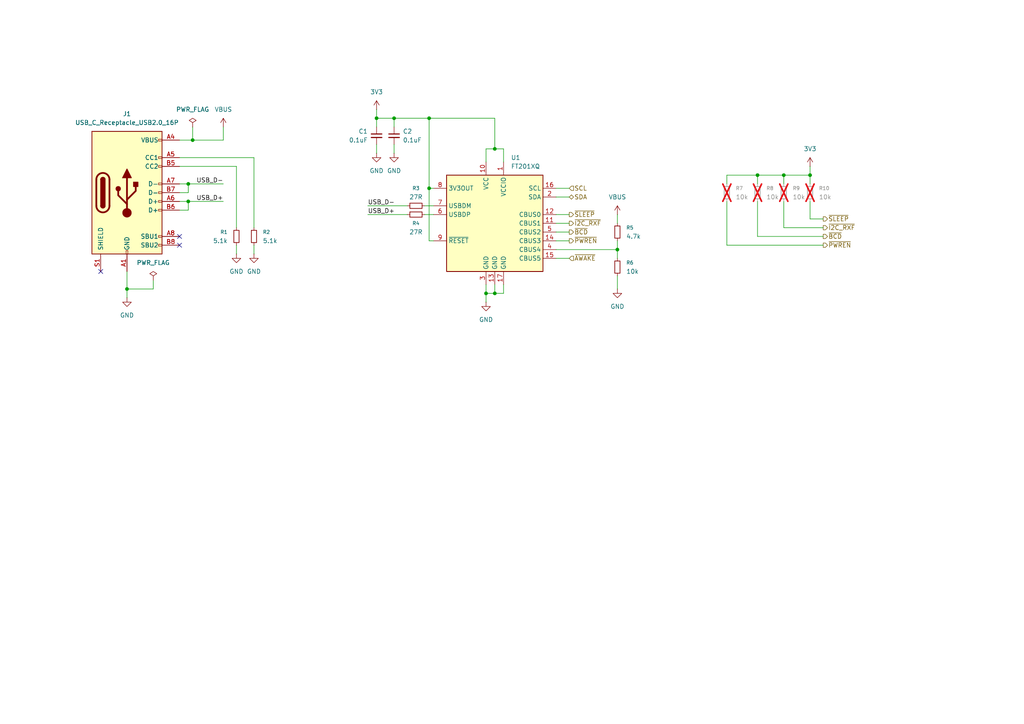
<source format=kicad_sch>
(kicad_sch (version 20250114) (generator "eeschema") (generator_version "9.0")
  (paper "A4")
  (lib_symbols
    (symbol "Connector:USB_C_Receptacle_USB2.0_16P" (pin_names (offset 1.016))
      (property "Reference" "J" (at 0 22.225 0))
      (property "Value" "USB_C_Receptacle_USB2.0_16P" (at 0 19.685 0))
      (symbol "USB_C_Receptacle_USB2.0_16P_0_0"
        (rectangle (start -0.254 -17.78) (end 0.254 -16.764))
        (rectangle (start 10.16 15.494) (end 9.144 14.986))
        (rectangle (start 10.16 10.414) (end 9.144 9.906))
        (rectangle (start 10.16 7.874) (end 9.144 7.366))
        (rectangle (start 10.16 2.794) (end 9.144 2.286))
        (rectangle (start 10.16 0.254) (end 9.144 -0.254))
        (rectangle (start 10.16 -2.286) (end 9.144 -2.794))
        (rectangle (start 10.16 -4.826) (end 9.144 -5.334))
        (rectangle (start 10.16 -12.446) (end 9.144 -12.954))
        (rectangle (start 10.16 -14.986) (end 9.144 -15.494))
      )
      (symbol "USB_C_Receptacle_USB2.0_16P_0_1"
        (rectangle (start -10.16 17.78) (end 10.16 -17.78) (stroke (width 0.254)) (fill (type background)))
        (polyline (pts (xy -8.89 -3.81) (xy -8.89 3.81)) (stroke (width 0.508)))
        (rectangle (start -7.62 -3.81) (end -6.35 3.81) (stroke (width 0.254)) (fill (type outline)))
        (arc (start -7.62 3.81) (mid -6.985 4.4423) (end -6.35 3.81) (stroke (width 0.254)))
        (arc (start -7.62 3.81) (mid -6.985 4.4423) (end -6.35 3.81) (stroke (width 0.254)) (fill (type outline)))
        (arc (start -8.89 3.81) (mid -6.985 5.7067) (end -5.08 3.81) (stroke (width 0.508)))
        (arc (start -5.08 -3.81) (mid -6.985 -5.7067) (end -8.89 -3.81) (stroke (width 0.508)))
        (arc (start -6.35 -3.81) (mid -6.985 -4.4423) (end -7.62 -3.81) (stroke (width 0.254)))
        (arc (start -6.35 -3.81) (mid -6.985 -4.4423) (end -7.62 -3.81) (stroke (width 0.254)) (fill (type outline)))
        (polyline (pts (xy -5.08 3.81) (xy -5.08 -3.81)) (stroke (width 0.508)))
        (circle (center -2.54 1.143) (radius 0.635) (stroke (width 0.254)) (fill (type outline)))
        (polyline (pts (xy -1.27 4.318) (xy 0 6.858) (xy 1.27 4.318) (xy -1.27 4.318)) (stroke (width 0.254)) (fill (type outline)))
        (polyline (pts (xy 0 -2.032) (xy 2.54 0.508) (xy 2.54 1.778)) (stroke (width 0.508)))
        (polyline (pts (xy 0 -3.302) (xy -2.54 -0.762) (xy -2.54 0.508)) (stroke (width 0.508)))
        (polyline (pts (xy 0 -5.842) (xy 0 4.318)) (stroke (width 0.508)))
        (circle (center 0 -5.842) (radius 1.27) (fill (type outline)))
        (rectangle (start 1.905 1.778) (end 3.175 3.048) (stroke (width 0.254)) (fill (type outline)))
      )
      (symbol "USB_C_Receptacle_USB2.0_16P_1_1"
        (pin passive line (at -7.62 -22.86 90) (length 5.08) (name "SHIELD") (number "S1"))
        (pin passive line (at 0 -22.86 90) (length 5.08) (name "GND") (number "A1"))
        (pin passive line (at 0 -22.86 90) (length 5.08) (hide yes) (name "GND") (number "A12"))
        (pin passive line (at 0 -22.86 90) (length 5.08) (hide yes) (name "GND") (number "B1"))
        (pin passive line (at 0 -22.86 90) (length 5.08) (hide yes) (name "GND") (number "B12"))
        (pin passive line (at 15.24 15.24 180) (length 5.08) (name "VBUS") (number "A4"))
        (pin passive line (at 15.24 15.24 180) (length 5.08) (hide yes) (name "VBUS") (number "A9"))
        (pin passive line (at 15.24 15.24 180) (length 5.08) (hide yes) (name "VBUS") (number "B4"))
        (pin passive line (at 15.24 15.24 180) (length 5.08) (hide yes) (name "VBUS") (number "B9"))
        (pin bidirectional line (at 15.24 10.16 180) (length 5.08) (name "CC1") (number "A5"))
        (pin bidirectional line (at 15.24 7.62 180) (length 5.08) (name "CC2") (number "B5"))
        (pin bidirectional line (at 15.24 2.54 180) (length 5.08) (name "D-") (number "A7"))
        (pin bidirectional line (at 15.24 0 180) (length 5.08) (name "D-") (number "B7"))
        (pin bidirectional line (at 15.24 -2.54 180) (length 5.08) (name "D+") (number "A6"))
        (pin bidirectional line (at 15.24 -5.08 180) (length 5.08) (name "D+") (number "B6"))
        (pin bidirectional line (at 15.24 -12.7 180) (length 5.08) (name "SBU1") (number "A8"))
        (pin bidirectional line (at 15.24 -15.24 180) (length 5.08) (name "SBU2") (number "B8"))
      )
    )
    (symbol "Device:C_Small" (pin_numbers (hide yes)) (pin_names (offset 0.254) (hide yes))
      (property "Reference" "C" (at 0.254 1.778 0))
      (property "Value" "C_Small" (at 0.254 -2.032 0))
      (symbol "C_Small_0_1"
        (polyline (pts (xy -1.524 0.508) (xy 1.524 0.508)) (stroke (width 0.3048)))
        (polyline (pts (xy -1.524 -0.508) (xy 1.524 -0.508)) (stroke (width 0.3302)))
      )
      (symbol "C_Small_1_1"
        (pin passive line (at 0 2.54 270) (length 2.032) (name "~") (number "1"))
        (pin passive line (at 0 -2.54 90) (length 2.032) (name "~") (number "2"))
      )
    )
    (symbol "Device:R_Small" (pin_numbers (hide yes)) (pin_names (offset 0.254) (hide yes))
      (property "Reference" "R" (at 0 0 90))
      (property "Value" "R_Small" (at 1.778 0 90))
      (symbol "R_Small_0_1"
        (rectangle (start -0.762 1.778) (end 0.762 -1.778) (stroke (width 0.2032)))
      )
      (symbol "R_Small_1_1"
        (pin passive line (at 0 2.54 270) (length 0.762) (name "~") (number "1"))
        (pin passive line (at 0 -2.54 90) (length 0.762) (name "~") (number "2"))
      )
    )
    (symbol "Interface_USB:FT201XQ"
      (property "Reference" "U5" (at 4.6833 19.05 0))
      (property "Value" "FT201XQ" (at 4.6833 16.51 0))
      (symbol "FT201XQ_0_1"
        (rectangle (start -13.97 13.97) (end 13.97 -13.97) (stroke (width 0.254)) (fill (type background)))
      )
      (symbol "FT201XQ_1_1"
        (pin power_in line (at -17.78 10.16 0) (length 3.81) (name "3V3OUT") (number "8"))
        (pin bidirectional line (at -17.78 5.08 0) (length 3.81) (name "USBDM") (number "7"))
        (pin bidirectional line (at -17.78 2.54 0) (length 3.81) (name "USBDP") (number "6"))
        (pin input line (at -17.78 -5.08 0) (length 3.81) (name "~{RESET}") (number "9"))
        (pin power_in line (at -2.54 17.78 270) (length 3.81) (name "VCC") (number "10"))
        (pin power_in line (at -2.54 -17.78 90) (length 3.81) (name "GND") (number "3"))
        (pin power_in line (at 0 -17.78 90) (length 3.81) (name "GND") (number "13"))
        (pin power_in line (at 2.54 17.78 270) (length 3.81) (name "VCCIO") (number "1"))
        (pin power_in line (at 2.54 -17.78 90) (length 3.81) (name "GND") (number "17"))
        (pin input line (at 17.78 10.16 180) (length 3.81) (name "SCL") (number "16"))
        (pin bidirectional line (at 17.78 7.62 180) (length 3.81) (name "SDA") (number "2"))
        (pin bidirectional line (at 17.78 2.54 180) (length 3.81) (name "CBUS0") (number "12"))
        (pin bidirectional line (at 17.78 0 180) (length 3.81) (name "CBUS1") (number "11"))
        (pin bidirectional line (at 17.78 -2.54 180) (length 3.81) (name "CBUS2") (number "5"))
        (pin bidirectional line (at 17.78 -5.08 180) (length 3.81) (name "CBUS3") (number "14"))
        (pin bidirectional line (at 17.78 -7.62 180) (length 3.81) (name "CBUS4") (number "4"))
        (pin bidirectional line (at 17.78 -10.16 180) (length 3.81) (name "CBUS5") (number "15"))
      )
    )
    (symbol "power:GND" (power) (pin_numbers (hide yes)) (pin_names (offset 0) (hide yes))
      (property "Value" "GND" (at 0 -3.81 0))
      (symbol "GND_0_1"
        (polyline (pts (xy 0 0) (xy 0 -1.27) (xy 1.27 -1.27) (xy 0 -2.54) (xy -1.27 -1.27) (xy 0 -1.27)))
      )
      (symbol "GND_1_1"
        (pin power_in line (at 0 0 270) (length 0) (name "~") (number "1"))
      )
    )
    (symbol "power:PWR_FLAG" (power) (pin_numbers (hide yes)) (pin_names (offset 0) (hide yes))
      (property "Value" "PWR_FLAG" (at 0 3.81 0))
      (symbol "PWR_FLAG_0_0"
        (pin power_out line (at 0 0 90) (length 0) (name "~") (number "1"))
      )
      (symbol "PWR_FLAG_0_1"
        (polyline (pts (xy 0 0) (xy 0 1.27) (xy -1.016 1.905) (xy 0 2.54) (xy 1.016 1.905) (xy 0 1.27)))
      )
    )
    (symbol "power:VBUS" (power) (pin_numbers (hide yes)) (pin_names (offset 0) (hide yes))
      (property "Value" "VBUS" (at 0 3.556 0))
      (symbol "VBUS_0_1"
        (polyline (pts (xy -0.762 1.27) (xy 0 2.54)))
        (polyline (pts (xy 0 2.54) (xy 0.762 1.27)))
        (polyline (pts (xy 0 0) (xy 0 2.54)))
      )
      (symbol "VBUS_1_1"
        (pin power_in line (at 0 0 90) (length 0) (name "~") (number "1"))
      )
    )
  )
  (junction (at 143.51 43.18))
  (junction (at 124.46 34.29))
  (junction (at 227.33 50.8))
  (junction (at 234.95 50.8))
  (junction (at 143.51 85.09))
  (junction (at 36.83 83.82))
  (junction (at 54.61 53.34))
  (junction (at 124.46 54.61))
  (junction (at 54.61 58.42))
  (junction (at 179.07 72.39))
  (junction (at 140.97 85.09))
  (junction (at 109.22 34.29))
  (junction (at 114.3 34.29))
  (junction (at 219.71 50.8))
  (junction (at 55.88 40.64))
  (no_connect (at 52.07 68.58))
  (no_connect (at 52.07 71.12))
  (no_connect (at 29.21 78.74))
  (wire (pts (xy 52.07 40.64) (xy 55.88 40.64)))
  (wire (pts (xy 161.29 74.93) (xy 165.1 74.93)))
  (wire (pts (xy 161.29 72.39) (xy 179.07 72.39)))
  (wire (pts (xy 55.88 40.64) (xy 64.77 40.64)))
  (wire (pts (xy 114.3 34.29) (xy 124.46 34.29)))
  (wire (pts (xy 227.33 58.42) (xy 227.33 66.04)))
  (wire (pts (xy 54.61 60.96) (xy 54.61 58.42)))
  (wire (pts (xy 52.07 53.34) (xy 54.61 53.34)))
  (wire (pts (xy 227.33 53.34) (xy 227.33 50.8)))
  (wire (pts (xy 210.82 53.34) (xy 210.82 50.8)))
  (wire (pts (xy 73.66 66.04) (xy 73.66 45.72)))
  (wire (pts (xy 106.68 59.69) (xy 118.11 59.69)))
  (wire (pts (xy 114.3 34.29) (xy 114.3 36.83)))
  (wire (pts (xy 161.29 64.77) (xy 165.1 64.77)))
  (wire (pts (xy 124.46 34.29) (xy 124.46 54.61)))
  (wire (pts (xy 54.61 58.42) (xy 64.77 58.42)))
  (wire (pts (xy 114.3 41.91) (xy 114.3 44.45)))
  (wire (pts (xy 52.07 58.42) (xy 54.61 58.42)))
  (wire (pts (xy 219.71 50.8) (xy 227.33 50.8)))
  (wire (pts (xy 210.82 50.8) (xy 219.71 50.8)))
  (wire (pts (xy 161.29 69.85) (xy 165.1 69.85)))
  (wire (pts (xy 109.22 31.75) (xy 109.22 34.29)))
  (wire (pts (xy 44.45 81.28) (xy 44.45 83.82)))
  (wire (pts (xy 68.58 48.26) (xy 68.58 66.04)))
  (wire (pts (xy 64.77 36.83) (xy 64.77 40.64)))
  (wire (pts (xy 106.68 62.23) (xy 118.11 62.23)))
  (wire (pts (xy 68.58 48.26) (xy 52.07 48.26)))
  (wire (pts (xy 179.07 69.85) (xy 179.07 72.39)))
  (wire (pts (xy 165.1 57.15) (xy 161.29 57.15)))
  (wire (pts (xy 161.29 67.31) (xy 165.1 67.31)))
  (wire (pts (xy 146.05 46.99) (xy 146.05 43.18)))
  (wire (pts (xy 165.1 54.61) (xy 161.29 54.61)))
  (wire (pts (xy 234.95 48.26) (xy 234.95 50.8)))
  (wire (pts (xy 143.51 85.09) (xy 146.05 85.09)))
  (wire (pts (xy 140.97 85.09) (xy 143.51 85.09)))
  (wire (pts (xy 109.22 41.91) (xy 109.22 44.45)))
  (wire (pts (xy 54.61 53.34) (xy 64.77 53.34)))
  (wire (pts (xy 52.07 55.88) (xy 54.61 55.88)))
  (wire (pts (xy 234.95 63.5) (xy 238.76 63.5)))
  (wire (pts (xy 68.58 71.12) (xy 68.58 73.66)))
  (wire (pts (xy 219.71 53.34) (xy 219.71 50.8)))
  (wire (pts (xy 210.82 71.12) (xy 238.76 71.12)))
  (wire (pts (xy 123.19 59.69) (xy 125.73 59.69)))
  (wire (pts (xy 219.71 58.42) (xy 219.71 68.58)))
  (wire (pts (xy 179.07 80.01) (xy 179.07 83.82)))
  (wire (pts (xy 146.05 82.55) (xy 146.05 85.09)))
  (wire (pts (xy 124.46 34.29) (xy 143.51 34.29)))
  (wire (pts (xy 52.07 60.96) (xy 54.61 60.96)))
  (wire (pts (xy 161.29 62.23) (xy 165.1 62.23)))
  (wire (pts (xy 109.22 34.29) (xy 109.22 36.83)))
  (wire (pts (xy 146.05 43.18) (xy 143.51 43.18)))
  (wire (pts (xy 234.95 58.42) (xy 234.95 63.5)))
  (wire (pts (xy 123.19 62.23) (xy 125.73 62.23)))
  (wire (pts (xy 210.82 58.42) (xy 210.82 71.12)))
  (wire (pts (xy 140.97 43.18) (xy 140.97 46.99)))
  (wire (pts (xy 52.07 45.72) (xy 73.66 45.72)))
  (wire (pts (xy 219.71 68.58) (xy 238.76 68.58)))
  (wire (pts (xy 143.51 82.55) (xy 143.51 85.09)))
  (wire (pts (xy 143.51 34.29) (xy 143.51 43.18)))
  (wire (pts (xy 44.45 83.82) (xy 36.83 83.82)))
  (wire (pts (xy 55.88 36.83) (xy 55.88 40.64)))
  (wire (pts (xy 227.33 66.04) (xy 238.76 66.04)))
  (wire (pts (xy 109.22 34.29) (xy 114.3 34.29)))
  (wire (pts (xy 140.97 82.55) (xy 140.97 85.09)))
  (wire (pts (xy 124.46 54.61) (xy 125.73 54.61)))
  (wire (pts (xy 234.95 50.8) (xy 234.95 53.34)))
  (wire (pts (xy 140.97 87.63) (xy 140.97 85.09)))
  (wire (pts (xy 227.33 50.8) (xy 234.95 50.8)))
  (wire (pts (xy 36.83 86.36) (xy 36.83 83.82)))
  (wire (pts (xy 124.46 54.61) (xy 124.46 69.85)))
  (wire (pts (xy 179.07 62.23) (xy 179.07 64.77)))
  (wire (pts (xy 36.83 83.82) (xy 36.83 78.74)))
  (wire (pts (xy 54.61 55.88) (xy 54.61 53.34)))
  (wire (pts (xy 124.46 69.85) (xy 125.73 69.85)))
  (wire (pts (xy 143.51 43.18) (xy 140.97 43.18)))
  (wire (pts (xy 179.07 72.39) (xy 179.07 74.93)))
  (wire (pts (xy 73.66 71.12) (xy 73.66 73.66)))
  (label "USB_D-" (at 106.68 59.69 0))
  (label "USB_D+" (at 106.68 62.23 0))
  (label "USB_D+" (at 64.77 58.42 180))
  (label "USB_D-" (at 64.77 53.34 180))
  (hierarchical_label "~{BCD}" (shape output) (at 165.1 67.31 0))
  (hierarchical_label "~{PWREN}" (shape output) (at 238.76 71.12 0))
  (hierarchical_label "~{SLEEP}" (shape output) (at 238.76 63.5 0))
  (hierarchical_label "~{SLEEP}" (shape output) (at 165.1 62.23 0))
  (hierarchical_label "~{I2C_RXF}" (shape output) (at 165.1 64.77 0))
  (hierarchical_label "~{PWREN}" (shape output) (at 165.1 69.85 0))
  (hierarchical_label "~{BCD}" (shape output) (at 238.76 68.58 0))
  (hierarchical_label "SCL" (shape input) (at 165.1 54.61 0))
  (hierarchical_label "~{AWAKE}" (shape input) (at 165.1 74.93 0))
  (hierarchical_label "~{I2C_RXF}" (shape output) (at 238.76 66.04 0))
  (hierarchical_label "SDA" (shape bidirectional) (at 165.1 57.15 0))
  (symbol (lib_id "power:PWR_FLAG") (at 55.88 36.83 0) (unit 1)
    (property "Reference" "#FLG02" (effects (hide yes)))
    (property "Value" "PWR_FLAG" (at 55.88 31.75 0))
    (property "Description" "Special symbol for telling ERC where power comes from" (effects (hide yes)))
  )
  (symbol (lib_id "power:GND") (at 73.66 73.66 0) (unit 1)
    (property "Reference" "#PWR05" (effects (hide yes)))
    (property "Value" "GND" (at 73.66 78.74 0))
    (property "Description" "Power symbol creates a global label with name \"GND\" , ground" (effects (hide yes)))
  )
  (symbol (lib_id "power:PWR_FLAG") (at 44.45 81.28 0) (unit 1)
    (property "Reference" "#FLG01" (effects (hide yes)))
    (property "Value" "PWR_FLAG" (at 44.45 76.2 0))
    (property "Description" "Special symbol for telling ERC where power comes from" (effects (hide yes)))
  )
  (symbol (lib_id "power:GND") (at 140.97 87.63 0) (unit 1)
    (property "Reference" "#PWR09" (effects (hide yes)))
    (property "Value" "GND" (at 140.97 92.71 0))
    (property "Description" "Power symbol creates a global label with name \"GND\" , ground" (effects (hide yes)))
  )
  (symbol (lib_id "power:GND") (at 109.22 44.45 0) (mirror y) (unit 1)
    (property "Reference" "#PWR07" (effects (hide yes)))
    (property "Value" "GND" (at 109.22 49.53 0))
    (property "Description" "Power symbol creates a global label with name \"GND\" , ground" (effects (hide yes)))
  )
  (symbol (lib_id "power:VBUS") (at 109.22 31.75 0) (unit 1)
    (property "Reference" "#PWR06" (effects (hide yes)))
    (property "Value" "3V3" (at 109.22 26.67 0))
    (property "Description" "Power symbol creates a global label with name \"VBUS\"" (effects (hide yes)))
  )
  (symbol (lib_id "Device:R_Small") (at 227.33 55.88 180) (unit 1) (dnp yes)
    (property "Reference" "R9" (at 229.87 54.6099 0) (effects (font (size 1.016 1.016)) (justify right)))
    (property "Value" "10k" (at 229.87 57.1499 0) (effects (justify right)))
    (property "Footprint" "Resistor_SMD:R_0603_1608Metric_Pad0.98x0.95mm_HandSolder" (effects (hide yes)))
    (property "Description" "Resistor, small symbol" (effects (hide yes)))
    (property "Part NO" "CRCW060310K0FKECC" (effects (hide yes)))
    (property "Manufacturer" "Vishay" (effects (hide yes)))
  )
  (symbol (lib_id "Device:R_Small") (at 179.07 67.31 0) (mirror x) (unit 1)
    (property "Reference" "R5" (at 181.61 66.0399 0) (effects (font (size 1.016 1.016)) (justify left)))
    (property "Value" "4.7k" (at 181.61 68.5799 0) (effects (justify left)))
    (property "Footprint" "Resistor_SMD:R_0603_1608Metric" (effects (hide yes)))
    (property "Description" "Resistor, small symbol" (effects (hide yes)))
    (property "Part NO" "CRCW06034K70FKEC" (effects (hide yes)))
    (property "Manufacturer" "Vishay" (effects (hide yes)))
  )
  (symbol (lib_id "power:GND") (at 179.07 83.82 0) (unit 1)
    (property "Reference" "#PWR011" (effects (hide yes)))
    (property "Value" "GND" (at 179.07 88.9 0))
    (property "Description" "Power symbol creates a global label with name \"GND\" , ground" (effects (hide yes)))
  )
  (symbol (lib_id "Device:R_Small") (at 120.65 62.23 90) (mirror x) (unit 1)
    (property "Reference" "R4" (at 120.65 64.77 90) (effects (font (size 1.016 1.016))))
    (property "Value" "27R" (at 120.65 67.31 90))
    (property "Footprint" "Resistor_SMD:R_0603_1608Metric" (effects (hide yes)))
    (property "Description" "Resistor, small symbol" (effects (hide yes)))
    (property "Part NO" "CRCW060327R0FKEAC" (effects (hide yes)))
    (property "Manufacturer" "Vishay" (effects (hide yes)))
  )
  (symbol (lib_id "Device:R_Small") (at 120.65 59.69 90) (unit 1)
    (property "Reference" "R3" (at 120.65 54.61 90) (effects (font (size 1.016 1.016))))
    (property "Value" "27R" (at 120.65 57.15 90))
    (property "Footprint" "Resistor_SMD:R_0603_1608Metric" (effects (hide yes)))
    (property "Description" "Resistor, small symbol" (effects (hide yes)))
    (property "Part NO" "CRCW060327R0FKEAC" (effects (hide yes)))
    (property "Manufacturer" "Vishay" (effects (hide yes)))
  )
  (symbol (lib_id "Device:R_Small") (at 234.95 55.88 180) (unit 1) (dnp yes)
    (property "Reference" "R10" (at 237.49 54.6099 0) (effects (font (size 1.016 1.016)) (justify right)))
    (property "Value" "10k" (at 237.49 57.1499 0) (effects (justify right)))
    (property "Footprint" "Resistor_SMD:R_0603_1608Metric_Pad0.98x0.95mm_HandSolder" (effects (hide yes)))
    (property "Description" "Resistor, small symbol" (effects (hide yes)))
    (property "Part NO" "CRCW060310K0FKECC" (effects (hide yes)))
    (property "Manufacturer" "Vishay" (effects (hide yes)))
  )
  (symbol (lib_id "power:VBUS") (at 234.95 48.26 0) (unit 1)
    (property "Reference" "#PWR012" (effects (hide yes)))
    (property "Value" "3V3" (at 234.95 43.18 0))
    (property "Description" "Power symbol creates a global label with name \"VBUS\"" (effects (hide yes)))
  )
  (symbol (lib_id "Device:R_Small") (at 68.58 68.58 0) (mirror x) (unit 1)
    (property "Reference" "R1" (at 66.04 67.3099 0) (effects (font (size 1.016 1.016)) (justify right)))
    (property "Value" "5.1k" (at 66.04 69.8499 0) (effects (justify right)))
    (property "Footprint" "Resistor_SMD:R_0603_1608Metric_Pad0.98x0.95mm_HandSolder" (effects (hide yes)))
    (property "Description" "Resistor, small symbol" (effects (hide yes)))
    (property "Part NO" "CRCW06035K10FKEBC" (effects (hide yes)))
    (property "Manufacturer" "Vishay" (effects (hide yes)))
  )
  (symbol (lib_id "power:VBUS") (at 64.77 36.83 0) (unit 1)
    (property "Reference" "#PWR03" (effects (hide yes)))
    (property "Value" "VBUS" (at 64.77 31.75 0))
    (property "Description" "Power symbol creates a global label with name \"VBUS\"" (effects (hide yes)))
  )
  (symbol (lib_id "Connector:USB_C_Receptacle_USB2.0_16P") (at 36.83 55.88 0) (unit 1)
    (property "Reference" "J1" (at 36.83 33.02 0))
    (property "Value" "USB_C_Receptacle_USB2.0_16P" (at 36.83 35.56 0))
    (property "Footprint" "Connector_USB:USB_C_Receptacle_GCT_USB4105-xx-A_16P_TopMnt_Horizontal" (effects (hide yes)))
    (property "Datasheet" "https://www.usb.org/sites/default/files/documents/usb_type-c.zip" (effects (hide yes)))
    (property "Description" "USB 2.0-only 16P Type-C Receptacle connector" (effects (hide yes)))
    (property "Part NO" "USB4105" (effects (hide yes)))
    (property "Manufacturer" "GCT" (effects (hide yes)))
  )
  (symbol (lib_id "Device:R_Small") (at 210.82 55.88 180) (unit 1) (dnp yes)
    (property "Reference" "R7" (at 213.36 54.6099 0) (effects (font (size 1.016 1.016)) (justify right)))
    (property "Value" "10k" (at 213.36 57.1499 0) (effects (justify right)))
    (property "Footprint" "Resistor_SMD:R_0603_1608Metric_Pad0.98x0.95mm_HandSolder" (effects (hide yes)))
    (property "Description" "Resistor, small symbol" (effects (hide yes)))
    (property "Part NO" "CRCW060310K0FKECC" (effects (hide yes)))
    (property "Manufacturer" "Vishay" (effects (hide yes)))
  )
  (symbol (lib_id "power:GND") (at 114.3 44.45 0) (mirror y) (unit 1)
    (property "Reference" "#PWR08" (effects (hide yes)))
    (property "Value" "GND" (at 114.3 49.53 0))
    (property "Description" "Power symbol creates a global label with name \"GND\" , ground" (effects (hide yes)))
  )
  (symbol (lib_id "power:GND") (at 68.58 73.66 0) (unit 1)
    (property "Reference" "#PWR04" (effects (hide yes)))
    (property "Value" "GND" (at 68.58 78.74 0))
    (property "Description" "Power symbol creates a global label with name \"GND\" , ground" (effects (hide yes)))
  )
  (symbol (lib_id "power:VBUS") (at 179.07 62.23 0) (unit 1)
    (property "Reference" "#PWR010" (effects (hide yes)))
    (property "Value" "VBUS" (at 179.07 57.15 0))
    (property "Description" "Power symbol creates a global label with name \"VBUS\"" (effects (hide yes)))
  )
  (symbol (lib_id "Device:R_Small") (at 73.66 68.58 180) (unit 1)
    (property "Reference" "R2" (at 76.2 67.3099 0) (effects (font (size 1.016 1.016)) (justify right)))
    (property "Value" "5.1k" (at 76.2 69.8499 0) (effects (justify right)))
    (property "Footprint" "Resistor_SMD:R_0603_1608Metric_Pad0.98x0.95mm_HandSolder" (effects (hide yes)))
    (property "Description" "Resistor, small symbol" (effects (hide yes)))
    (property "Part NO" "CRCW06035K10FKEBC" (effects (hide yes)))
    (property "Manufacturer" "Vishay" (effects (hide yes)))
  )
  (symbol (lib_id "Device:C_Small") (at 114.3 39.37 0) (unit 1)
    (property "Reference" "C2" (at 116.84 38.1062 0) (effects (justify left)))
    (property "Value" "0.1uF" (at 116.84 40.6462 0) (effects (justify left)))
    (property "Footprint" "Capacitor_SMD:C_0603_1608Metric" (effects (hide yes)))
    (property "Description" "Unpolarized capacitor, small symbol" (effects (hide yes)))
    (property "Part NO" "GCJ188R71H104KA12D" (effects (hide yes)))
    (property "Manufacturer" "Murata" (effects (hide yes)))
  )
  (symbol (lib_id "Device:C_Small") (at 109.22 39.37 0) (mirror y) (unit 1)
    (property "Reference" "C1" (at 106.68 38.1062 0) (effects (justify left)))
    (property "Value" "0.1uF" (at 106.68 40.6462 0) (effects (justify left)))
    (property "Footprint" "Capacitor_SMD:C_0603_1608Metric" (effects (hide yes)))
    (property "Description" "Unpolarized capacitor, small symbol" (effects (hide yes)))
    (property "Part NO" "GCJ188R71H104KA12D" (effects (hide yes)))
    (property "Manufacturer" "Murata" (effects (hide yes)))
  )
  (symbol (lib_id "Device:R_Small") (at 179.07 77.47 180) (unit 1)
    (property "Reference" "R6" (at 181.61 76.1999 0) (effects (font (size 1.016 1.016)) (justify right)))
    (property "Value" "10k" (at 181.61 78.7399 0) (effects (justify right)))
    (property "Footprint" "Resistor_SMD:R_0603_1608Metric" (effects (hide yes)))
    (property "Description" "Resistor, small symbol" (effects (hide yes)))
    (property "Part NO" "CRCW060310K0FKECC" (effects (hide yes)))
    (property "Manufacturer" "Vishay" (effects (hide yes)))
  )
  (symbol (lib_id "Device:R_Small") (at 219.71 55.88 180) (unit 1) (dnp yes)
    (property "Reference" "R8" (at 222.25 54.6099 0) (effects (font (size 1.016 1.016)) (justify right)))
    (property "Value" "10k" (at 222.25 57.1499 0) (effects (justify right)))
    (property "Footprint" "Resistor_SMD:R_0603_1608Metric_Pad0.98x0.95mm_HandSolder" (effects (hide yes)))
    (property "Description" "Resistor, small symbol" (effects (hide yes)))
    (property "Part NO" "CRCW060310K0FKECC" (effects (hide yes)))
    (property "Manufacturer" "Vishay" (effects (hide yes)))
  )
  (symbol (lib_id "Interface_USB:FT201XQ") (at 143.51 64.77 0) (unit 1)
    (property "Reference" "U1" (at 148.1933 45.72 0) (effects (justify left)))
    (property "Value" "FT201XQ" (at 148.1933 48.26 0) (effects (justify left)))
    (property "Footprint" "Package_DFN_QFN:QFN-16-1EP_4x4mm_P0.65mm_EP2.1x2.1mm" (effects (hide yes)))
    (property "Datasheet" "https://www.ftdichip.com/Support/Documents/DataSheets/ICs/DS_FT201X.pdf" (effects (hide yes)))
    (property "Description" "Full Speed USB to I2C Bridge, QFN-10" (effects (hide yes)))
    (property "Part NO" "FT201XQ" (effects (hide yes)))
    (property "Manufacturer" "FTDI" (effects (hide yes)))
  )
  (symbol (lib_id "power:GND") (at 36.83 86.36 0) (unit 1)
    (property "Reference" "#PWR02" (effects (hide yes)))
    (property "Value" "GND" (at 36.83 91.44 0))
    (property "Description" "Power symbol creates a global label with name \"GND\" , ground" (effects (hide yes)))
  )
)
</source>
